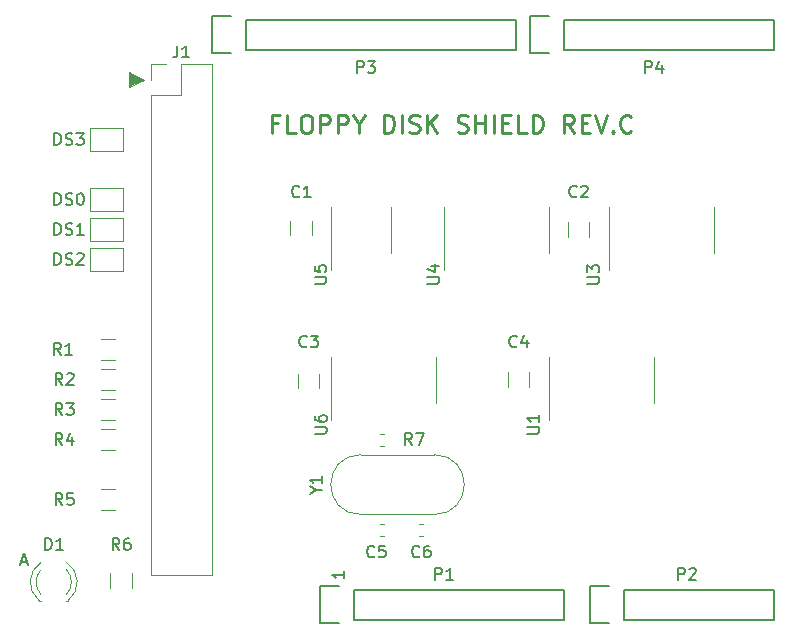
<source format=gto>
G04 #@! TF.GenerationSoftware,KiCad,Pcbnew,(5.1.6)-1*
G04 #@! TF.CreationDate,2020-07-15T23:06:39+09:00*
G04 #@! TF.ProjectId,fdshield,66647368-6965-46c6-942e-6b696361645f,rev?*
G04 #@! TF.SameCoordinates,Original*
G04 #@! TF.FileFunction,Legend,Top*
G04 #@! TF.FilePolarity,Positive*
%FSLAX46Y46*%
G04 Gerber Fmt 4.6, Leading zero omitted, Abs format (unit mm)*
G04 Created by KiCad (PCBNEW (5.1.6)-1) date 2020-07-15 23:06:39*
%MOMM*%
%LPD*%
G01*
G04 APERTURE LIST*
%ADD10C,0.150000*%
%ADD11C,0.250000*%
%ADD12C,0.100000*%
%ADD13C,0.120000*%
G04 APERTURE END LIST*
D10*
X112029904Y-120181666D02*
X112506095Y-120181666D01*
X111934666Y-120467380D02*
X112268000Y-119467380D01*
X112601333Y-120467380D01*
D11*
X133784428Y-83077857D02*
X133284428Y-83077857D01*
X133284428Y-83863571D02*
X133284428Y-82363571D01*
X133998714Y-82363571D01*
X135284428Y-83863571D02*
X134570142Y-83863571D01*
X134570142Y-82363571D01*
X136070142Y-82363571D02*
X136355857Y-82363571D01*
X136498714Y-82435000D01*
X136641571Y-82577857D01*
X136713000Y-82863571D01*
X136713000Y-83363571D01*
X136641571Y-83649285D01*
X136498714Y-83792142D01*
X136355857Y-83863571D01*
X136070142Y-83863571D01*
X135927285Y-83792142D01*
X135784428Y-83649285D01*
X135713000Y-83363571D01*
X135713000Y-82863571D01*
X135784428Y-82577857D01*
X135927285Y-82435000D01*
X136070142Y-82363571D01*
X137355857Y-83863571D02*
X137355857Y-82363571D01*
X137927285Y-82363571D01*
X138070142Y-82435000D01*
X138141571Y-82506428D01*
X138213000Y-82649285D01*
X138213000Y-82863571D01*
X138141571Y-83006428D01*
X138070142Y-83077857D01*
X137927285Y-83149285D01*
X137355857Y-83149285D01*
X138855857Y-83863571D02*
X138855857Y-82363571D01*
X139427285Y-82363571D01*
X139570142Y-82435000D01*
X139641571Y-82506428D01*
X139713000Y-82649285D01*
X139713000Y-82863571D01*
X139641571Y-83006428D01*
X139570142Y-83077857D01*
X139427285Y-83149285D01*
X138855857Y-83149285D01*
X140641571Y-83149285D02*
X140641571Y-83863571D01*
X140141571Y-82363571D02*
X140641571Y-83149285D01*
X141141571Y-82363571D01*
X142784428Y-83863571D02*
X142784428Y-82363571D01*
X143141571Y-82363571D01*
X143355857Y-82435000D01*
X143498714Y-82577857D01*
X143570142Y-82720714D01*
X143641571Y-83006428D01*
X143641571Y-83220714D01*
X143570142Y-83506428D01*
X143498714Y-83649285D01*
X143355857Y-83792142D01*
X143141571Y-83863571D01*
X142784428Y-83863571D01*
X144284428Y-83863571D02*
X144284428Y-82363571D01*
X144927285Y-83792142D02*
X145141571Y-83863571D01*
X145498714Y-83863571D01*
X145641571Y-83792142D01*
X145713000Y-83720714D01*
X145784428Y-83577857D01*
X145784428Y-83435000D01*
X145713000Y-83292142D01*
X145641571Y-83220714D01*
X145498714Y-83149285D01*
X145213000Y-83077857D01*
X145070142Y-83006428D01*
X144998714Y-82935000D01*
X144927285Y-82792142D01*
X144927285Y-82649285D01*
X144998714Y-82506428D01*
X145070142Y-82435000D01*
X145213000Y-82363571D01*
X145570142Y-82363571D01*
X145784428Y-82435000D01*
X146427285Y-83863571D02*
X146427285Y-82363571D01*
X147284428Y-83863571D02*
X146641571Y-83006428D01*
X147284428Y-82363571D02*
X146427285Y-83220714D01*
X148998714Y-83792142D02*
X149213000Y-83863571D01*
X149570142Y-83863571D01*
X149713000Y-83792142D01*
X149784428Y-83720714D01*
X149855857Y-83577857D01*
X149855857Y-83435000D01*
X149784428Y-83292142D01*
X149713000Y-83220714D01*
X149570142Y-83149285D01*
X149284428Y-83077857D01*
X149141571Y-83006428D01*
X149070142Y-82935000D01*
X148998714Y-82792142D01*
X148998714Y-82649285D01*
X149070142Y-82506428D01*
X149141571Y-82435000D01*
X149284428Y-82363571D01*
X149641571Y-82363571D01*
X149855857Y-82435000D01*
X150498714Y-83863571D02*
X150498714Y-82363571D01*
X150498714Y-83077857D02*
X151355857Y-83077857D01*
X151355857Y-83863571D02*
X151355857Y-82363571D01*
X152070142Y-83863571D02*
X152070142Y-82363571D01*
X152784428Y-83077857D02*
X153284428Y-83077857D01*
X153498714Y-83863571D02*
X152784428Y-83863571D01*
X152784428Y-82363571D01*
X153498714Y-82363571D01*
X154855857Y-83863571D02*
X154141571Y-83863571D01*
X154141571Y-82363571D01*
X155355857Y-83863571D02*
X155355857Y-82363571D01*
X155713000Y-82363571D01*
X155927285Y-82435000D01*
X156070142Y-82577857D01*
X156141571Y-82720714D01*
X156213000Y-83006428D01*
X156213000Y-83220714D01*
X156141571Y-83506428D01*
X156070142Y-83649285D01*
X155927285Y-83792142D01*
X155713000Y-83863571D01*
X155355857Y-83863571D01*
X158855857Y-83863571D02*
X158355857Y-83149285D01*
X157998714Y-83863571D02*
X157998714Y-82363571D01*
X158570142Y-82363571D01*
X158713000Y-82435000D01*
X158784428Y-82506428D01*
X158855857Y-82649285D01*
X158855857Y-82863571D01*
X158784428Y-83006428D01*
X158713000Y-83077857D01*
X158570142Y-83149285D01*
X157998714Y-83149285D01*
X159498714Y-83077857D02*
X159998714Y-83077857D01*
X160213000Y-83863571D02*
X159498714Y-83863571D01*
X159498714Y-82363571D01*
X160213000Y-82363571D01*
X160641571Y-82363571D02*
X161141571Y-83863571D01*
X161641571Y-82363571D01*
X162141571Y-83720714D02*
X162213000Y-83792142D01*
X162141571Y-83863571D01*
X162070142Y-83792142D01*
X162141571Y-83720714D01*
X162141571Y-83863571D01*
X163713000Y-83720714D02*
X163641571Y-83792142D01*
X163427285Y-83863571D01*
X163284428Y-83863571D01*
X163070142Y-83792142D01*
X162927285Y-83649285D01*
X162855857Y-83506428D01*
X162784428Y-83220714D01*
X162784428Y-83006428D01*
X162855857Y-82720714D01*
X162927285Y-82577857D01*
X163070142Y-82435000D01*
X163284428Y-82363571D01*
X163427285Y-82363571D01*
X163641571Y-82435000D01*
X163713000Y-82506428D01*
D12*
G36*
X122428000Y-79375000D02*
G01*
X121158000Y-80010000D01*
X121158000Y-78740000D01*
X122428000Y-79375000D01*
G37*
X122428000Y-79375000D02*
X121158000Y-80010000D01*
X121158000Y-78740000D01*
X122428000Y-79375000D01*
D10*
X139390380Y-120999285D02*
X139390380Y-121570714D01*
X139390380Y-121285000D02*
X138390380Y-121285000D01*
X138533238Y-121380238D01*
X138628476Y-121475476D01*
X138676095Y-121570714D01*
D13*
G04 #@! TO.C,C1*
X136673000Y-91342936D02*
X136673000Y-92547064D01*
X134853000Y-91342936D02*
X134853000Y-92547064D01*
G04 #@! TO.C,R7*
X142758279Y-109345000D02*
X142432721Y-109345000D01*
X142758279Y-110365000D02*
X142432721Y-110365000D01*
G04 #@! TO.C,C6*
X146085779Y-116965000D02*
X145760221Y-116965000D01*
X146085779Y-117985000D02*
X145760221Y-117985000D01*
G04 #@! TO.C,C5*
X142432721Y-117985000D02*
X142758279Y-117985000D01*
X142432721Y-116965000D02*
X142758279Y-116965000D01*
G04 #@! TO.C,Y1*
X140793000Y-116190000D02*
X147043000Y-116190000D01*
X140793000Y-111140000D02*
X147043000Y-111140000D01*
X147043000Y-116190000D02*
G75*
G03*
X147043000Y-111140000I0J2525000D01*
G01*
X140793000Y-116190000D02*
G75*
G02*
X140793000Y-111140000I0J2525000D01*
G01*
G04 #@! TO.C,U6*
X138313000Y-104775000D02*
X138313000Y-108225000D01*
X138313000Y-104775000D02*
X138313000Y-102825000D01*
X147183000Y-104775000D02*
X147183000Y-106725000D01*
X147183000Y-104775000D02*
X147183000Y-102825000D01*
G04 #@! TO.C,C3*
X137308000Y-104302936D02*
X137308000Y-105507064D01*
X135488000Y-104302936D02*
X135488000Y-105507064D01*
G04 #@! TO.C,U1*
X165598000Y-104775000D02*
X165598000Y-102825000D01*
X165598000Y-104775000D02*
X165598000Y-106725000D01*
X156728000Y-104775000D02*
X156728000Y-102825000D01*
X156728000Y-104775000D02*
X156728000Y-108225000D01*
G04 #@! TO.C,J1*
X123003000Y-121345000D02*
X128203000Y-121345000D01*
X123003000Y-80645000D02*
X123003000Y-121345000D01*
X128203000Y-78045000D02*
X128203000Y-121345000D01*
X123003000Y-80645000D02*
X125603000Y-80645000D01*
X125603000Y-80645000D02*
X125603000Y-78045000D01*
X125603000Y-78045000D02*
X128203000Y-78045000D01*
X123003000Y-79375000D02*
X123003000Y-78045000D01*
X123003000Y-78045000D02*
X124333000Y-78045000D01*
G04 #@! TO.C,C4*
X155088000Y-104172936D02*
X155088000Y-105377064D01*
X153268000Y-104172936D02*
X153268000Y-105377064D01*
G04 #@! TO.C,C2*
X160168000Y-91472936D02*
X160168000Y-92677064D01*
X158348000Y-91472936D02*
X158348000Y-92677064D01*
G04 #@! TO.C,DS2*
X120653000Y-93615000D02*
X120653000Y-95615000D01*
X117853000Y-93615000D02*
X120653000Y-93615000D01*
X117853000Y-95615000D02*
X117853000Y-93615000D01*
X120653000Y-95615000D02*
X117853000Y-95615000D01*
G04 #@! TO.C,DS1*
X120668000Y-91075000D02*
X120668000Y-93075000D01*
X117868000Y-91075000D02*
X120668000Y-91075000D01*
X117868000Y-93075000D02*
X117868000Y-91075000D01*
X120668000Y-93075000D02*
X117868000Y-93075000D01*
G04 #@! TO.C,DS0*
X120653000Y-88535000D02*
X120653000Y-90535000D01*
X117853000Y-88535000D02*
X120653000Y-88535000D01*
X117853000Y-90535000D02*
X117853000Y-88535000D01*
X120653000Y-90535000D02*
X117853000Y-90535000D01*
G04 #@! TO.C,DS3*
X120653000Y-83455000D02*
X120653000Y-85455000D01*
X117853000Y-83455000D02*
X120653000Y-83455000D01*
X117853000Y-85455000D02*
X117853000Y-83455000D01*
X120653000Y-85455000D02*
X117853000Y-85455000D01*
G04 #@! TO.C,U4*
X156708000Y-92075000D02*
X156708000Y-90125000D01*
X156708000Y-92075000D02*
X156708000Y-94025000D01*
X147838000Y-92075000D02*
X147838000Y-90125000D01*
X147838000Y-92075000D02*
X147838000Y-95525000D01*
G04 #@! TO.C,U3*
X170678000Y-92075000D02*
X170678000Y-90125000D01*
X170678000Y-92075000D02*
X170678000Y-94025000D01*
X161808000Y-92075000D02*
X161808000Y-90125000D01*
X161808000Y-92075000D02*
X161808000Y-95525000D01*
G04 #@! TO.C,R6*
X119613000Y-122392064D02*
X119613000Y-121187936D01*
X121433000Y-122392064D02*
X121433000Y-121187936D01*
G04 #@! TO.C,R5*
X118780936Y-114025000D02*
X119985064Y-114025000D01*
X118780936Y-115845000D02*
X119985064Y-115845000D01*
G04 #@! TO.C,R4*
X118780936Y-108945000D02*
X119985064Y-108945000D01*
X118780936Y-110765000D02*
X119985064Y-110765000D01*
G04 #@! TO.C,R3*
X118780936Y-106405000D02*
X119985064Y-106405000D01*
X118780936Y-108225000D02*
X119985064Y-108225000D01*
G04 #@! TO.C,R2*
X118780936Y-103865000D02*
X119985064Y-103865000D01*
X118780936Y-105685000D02*
X119985064Y-105685000D01*
G04 #@! TO.C,R1*
X118780936Y-101325000D02*
X119985064Y-101325000D01*
X118780936Y-103145000D02*
X119985064Y-103145000D01*
G04 #@! TO.C,D1*
X113572000Y-123480000D02*
X113728000Y-123480000D01*
X115888000Y-123480000D02*
X116044000Y-123480000D01*
X115887837Y-120878870D02*
G75*
G02*
X115888000Y-122960961I-1079837J-1041130D01*
G01*
X113728163Y-120878870D02*
G75*
G03*
X113728000Y-122960961I1079837J-1041130D01*
G01*
X115886608Y-120247665D02*
G75*
G02*
X116043516Y-123480000I-1078608J-1672335D01*
G01*
X113729392Y-120247665D02*
G75*
G03*
X113572484Y-123480000I1078608J-1672335D01*
G01*
G04 #@! TO.C,U5*
X138283000Y-92075000D02*
X138283000Y-95525000D01*
X138283000Y-92075000D02*
X138283000Y-90125000D01*
X143403000Y-92075000D02*
X143403000Y-94025000D01*
X143403000Y-92075000D02*
X143403000Y-90125000D01*
D10*
G04 #@! TO.C,P1*
X140208000Y-125095000D02*
X157988000Y-125095000D01*
X157988000Y-125095000D02*
X157988000Y-122555000D01*
X157988000Y-122555000D02*
X140208000Y-122555000D01*
X137388000Y-125375000D02*
X138938000Y-125375000D01*
X140208000Y-125095000D02*
X140208000Y-122555000D01*
X138938000Y-122275000D02*
X137388000Y-122275000D01*
X137388000Y-122275000D02*
X137388000Y-125375000D01*
G04 #@! TO.C,P2*
X163068000Y-125095000D02*
X175768000Y-125095000D01*
X175768000Y-125095000D02*
X175768000Y-122555000D01*
X175768000Y-122555000D02*
X163068000Y-122555000D01*
X160248000Y-125375000D02*
X161798000Y-125375000D01*
X163068000Y-125095000D02*
X163068000Y-122555000D01*
X161798000Y-122275000D02*
X160248000Y-122275000D01*
X160248000Y-122275000D02*
X160248000Y-125375000D01*
G04 #@! TO.C,P3*
X131064000Y-76835000D02*
X153924000Y-76835000D01*
X153924000Y-76835000D02*
X153924000Y-74295000D01*
X153924000Y-74295000D02*
X131064000Y-74295000D01*
X128244000Y-77115000D02*
X129794000Y-77115000D01*
X131064000Y-76835000D02*
X131064000Y-74295000D01*
X129794000Y-74015000D02*
X128244000Y-74015000D01*
X128244000Y-74015000D02*
X128244000Y-77115000D01*
G04 #@! TO.C,P4*
X157988000Y-76835000D02*
X175768000Y-76835000D01*
X175768000Y-76835000D02*
X175768000Y-74295000D01*
X175768000Y-74295000D02*
X157988000Y-74295000D01*
X155168000Y-77115000D02*
X156718000Y-77115000D01*
X157988000Y-76835000D02*
X157988000Y-74295000D01*
X156718000Y-74015000D02*
X155168000Y-74015000D01*
X155168000Y-74015000D02*
X155168000Y-77115000D01*
G04 #@! TO.C,C1*
X135596333Y-89257142D02*
X135548714Y-89304761D01*
X135405857Y-89352380D01*
X135310619Y-89352380D01*
X135167761Y-89304761D01*
X135072523Y-89209523D01*
X135024904Y-89114285D01*
X134977285Y-88923809D01*
X134977285Y-88780952D01*
X135024904Y-88590476D01*
X135072523Y-88495238D01*
X135167761Y-88400000D01*
X135310619Y-88352380D01*
X135405857Y-88352380D01*
X135548714Y-88400000D01*
X135596333Y-88447619D01*
X136548714Y-89352380D02*
X135977285Y-89352380D01*
X136263000Y-89352380D02*
X136263000Y-88352380D01*
X136167761Y-88495238D01*
X136072523Y-88590476D01*
X135977285Y-88638095D01*
G04 #@! TO.C,R7*
X145121333Y-110307380D02*
X144788000Y-109831190D01*
X144549904Y-110307380D02*
X144549904Y-109307380D01*
X144930857Y-109307380D01*
X145026095Y-109355000D01*
X145073714Y-109402619D01*
X145121333Y-109497857D01*
X145121333Y-109640714D01*
X145073714Y-109735952D01*
X145026095Y-109783571D01*
X144930857Y-109831190D01*
X144549904Y-109831190D01*
X145454666Y-109307380D02*
X146121333Y-109307380D01*
X145692761Y-110307380D01*
G04 #@! TO.C,C6*
X145756333Y-119737142D02*
X145708714Y-119784761D01*
X145565857Y-119832380D01*
X145470619Y-119832380D01*
X145327761Y-119784761D01*
X145232523Y-119689523D01*
X145184904Y-119594285D01*
X145137285Y-119403809D01*
X145137285Y-119260952D01*
X145184904Y-119070476D01*
X145232523Y-118975238D01*
X145327761Y-118880000D01*
X145470619Y-118832380D01*
X145565857Y-118832380D01*
X145708714Y-118880000D01*
X145756333Y-118927619D01*
X146613476Y-118832380D02*
X146423000Y-118832380D01*
X146327761Y-118880000D01*
X146280142Y-118927619D01*
X146184904Y-119070476D01*
X146137285Y-119260952D01*
X146137285Y-119641904D01*
X146184904Y-119737142D01*
X146232523Y-119784761D01*
X146327761Y-119832380D01*
X146518238Y-119832380D01*
X146613476Y-119784761D01*
X146661095Y-119737142D01*
X146708714Y-119641904D01*
X146708714Y-119403809D01*
X146661095Y-119308571D01*
X146613476Y-119260952D01*
X146518238Y-119213333D01*
X146327761Y-119213333D01*
X146232523Y-119260952D01*
X146184904Y-119308571D01*
X146137285Y-119403809D01*
G04 #@! TO.C,C5*
X141946333Y-119737142D02*
X141898714Y-119784761D01*
X141755857Y-119832380D01*
X141660619Y-119832380D01*
X141517761Y-119784761D01*
X141422523Y-119689523D01*
X141374904Y-119594285D01*
X141327285Y-119403809D01*
X141327285Y-119260952D01*
X141374904Y-119070476D01*
X141422523Y-118975238D01*
X141517761Y-118880000D01*
X141660619Y-118832380D01*
X141755857Y-118832380D01*
X141898714Y-118880000D01*
X141946333Y-118927619D01*
X142851095Y-118832380D02*
X142374904Y-118832380D01*
X142327285Y-119308571D01*
X142374904Y-119260952D01*
X142470142Y-119213333D01*
X142708238Y-119213333D01*
X142803476Y-119260952D01*
X142851095Y-119308571D01*
X142898714Y-119403809D01*
X142898714Y-119641904D01*
X142851095Y-119737142D01*
X142803476Y-119784761D01*
X142708238Y-119832380D01*
X142470142Y-119832380D01*
X142374904Y-119784761D01*
X142327285Y-119737142D01*
G04 #@! TO.C,Y1*
X137009190Y-114141190D02*
X137485380Y-114141190D01*
X136485380Y-114474523D02*
X137009190Y-114141190D01*
X136485380Y-113807857D01*
X137485380Y-112950714D02*
X137485380Y-113522142D01*
X137485380Y-113236428D02*
X136485380Y-113236428D01*
X136628238Y-113331666D01*
X136723476Y-113426904D01*
X136771095Y-113522142D01*
G04 #@! TO.C,U6*
X136920380Y-109346904D02*
X137729904Y-109346904D01*
X137825142Y-109299285D01*
X137872761Y-109251666D01*
X137920380Y-109156428D01*
X137920380Y-108965952D01*
X137872761Y-108870714D01*
X137825142Y-108823095D01*
X137729904Y-108775476D01*
X136920380Y-108775476D01*
X136920380Y-107870714D02*
X136920380Y-108061190D01*
X136968000Y-108156428D01*
X137015619Y-108204047D01*
X137158476Y-108299285D01*
X137348952Y-108346904D01*
X137729904Y-108346904D01*
X137825142Y-108299285D01*
X137872761Y-108251666D01*
X137920380Y-108156428D01*
X137920380Y-107965952D01*
X137872761Y-107870714D01*
X137825142Y-107823095D01*
X137729904Y-107775476D01*
X137491809Y-107775476D01*
X137396571Y-107823095D01*
X137348952Y-107870714D01*
X137301333Y-107965952D01*
X137301333Y-108156428D01*
X137348952Y-108251666D01*
X137396571Y-108299285D01*
X137491809Y-108346904D01*
G04 #@! TO.C,C3*
X136231333Y-101957142D02*
X136183714Y-102004761D01*
X136040857Y-102052380D01*
X135945619Y-102052380D01*
X135802761Y-102004761D01*
X135707523Y-101909523D01*
X135659904Y-101814285D01*
X135612285Y-101623809D01*
X135612285Y-101480952D01*
X135659904Y-101290476D01*
X135707523Y-101195238D01*
X135802761Y-101100000D01*
X135945619Y-101052380D01*
X136040857Y-101052380D01*
X136183714Y-101100000D01*
X136231333Y-101147619D01*
X136564666Y-101052380D02*
X137183714Y-101052380D01*
X136850380Y-101433333D01*
X136993238Y-101433333D01*
X137088476Y-101480952D01*
X137136095Y-101528571D01*
X137183714Y-101623809D01*
X137183714Y-101861904D01*
X137136095Y-101957142D01*
X137088476Y-102004761D01*
X136993238Y-102052380D01*
X136707523Y-102052380D01*
X136612285Y-102004761D01*
X136564666Y-101957142D01*
G04 #@! TO.C,U1*
X154900380Y-109346904D02*
X155709904Y-109346904D01*
X155805142Y-109299285D01*
X155852761Y-109251666D01*
X155900380Y-109156428D01*
X155900380Y-108965952D01*
X155852761Y-108870714D01*
X155805142Y-108823095D01*
X155709904Y-108775476D01*
X154900380Y-108775476D01*
X155900380Y-107775476D02*
X155900380Y-108346904D01*
X155900380Y-108061190D02*
X154900380Y-108061190D01*
X155043238Y-108156428D01*
X155138476Y-108251666D01*
X155186095Y-108346904D01*
G04 #@! TO.C,J1*
X125269666Y-76497380D02*
X125269666Y-77211666D01*
X125222047Y-77354523D01*
X125126809Y-77449761D01*
X124983952Y-77497380D01*
X124888714Y-77497380D01*
X126269666Y-77497380D02*
X125698238Y-77497380D01*
X125983952Y-77497380D02*
X125983952Y-76497380D01*
X125888714Y-76640238D01*
X125793476Y-76735476D01*
X125698238Y-76783095D01*
G04 #@! TO.C,C4*
X154011333Y-101957142D02*
X153963714Y-102004761D01*
X153820857Y-102052380D01*
X153725619Y-102052380D01*
X153582761Y-102004761D01*
X153487523Y-101909523D01*
X153439904Y-101814285D01*
X153392285Y-101623809D01*
X153392285Y-101480952D01*
X153439904Y-101290476D01*
X153487523Y-101195238D01*
X153582761Y-101100000D01*
X153725619Y-101052380D01*
X153820857Y-101052380D01*
X153963714Y-101100000D01*
X154011333Y-101147619D01*
X154868476Y-101385714D02*
X154868476Y-102052380D01*
X154630380Y-101004761D02*
X154392285Y-101719047D01*
X155011333Y-101719047D01*
G04 #@! TO.C,C2*
X159091333Y-89257142D02*
X159043714Y-89304761D01*
X158900857Y-89352380D01*
X158805619Y-89352380D01*
X158662761Y-89304761D01*
X158567523Y-89209523D01*
X158519904Y-89114285D01*
X158472285Y-88923809D01*
X158472285Y-88780952D01*
X158519904Y-88590476D01*
X158567523Y-88495238D01*
X158662761Y-88400000D01*
X158805619Y-88352380D01*
X158900857Y-88352380D01*
X159043714Y-88400000D01*
X159091333Y-88447619D01*
X159472285Y-88447619D02*
X159519904Y-88400000D01*
X159615142Y-88352380D01*
X159853238Y-88352380D01*
X159948476Y-88400000D01*
X159996095Y-88447619D01*
X160043714Y-88542857D01*
X160043714Y-88638095D01*
X159996095Y-88780952D01*
X159424666Y-89352380D01*
X160043714Y-89352380D01*
G04 #@! TO.C,DS2*
X114863714Y-95067380D02*
X114863714Y-94067380D01*
X115101809Y-94067380D01*
X115244666Y-94115000D01*
X115339904Y-94210238D01*
X115387523Y-94305476D01*
X115435142Y-94495952D01*
X115435142Y-94638809D01*
X115387523Y-94829285D01*
X115339904Y-94924523D01*
X115244666Y-95019761D01*
X115101809Y-95067380D01*
X114863714Y-95067380D01*
X115816095Y-95019761D02*
X115958952Y-95067380D01*
X116197047Y-95067380D01*
X116292285Y-95019761D01*
X116339904Y-94972142D01*
X116387523Y-94876904D01*
X116387523Y-94781666D01*
X116339904Y-94686428D01*
X116292285Y-94638809D01*
X116197047Y-94591190D01*
X116006571Y-94543571D01*
X115911333Y-94495952D01*
X115863714Y-94448333D01*
X115816095Y-94353095D01*
X115816095Y-94257857D01*
X115863714Y-94162619D01*
X115911333Y-94115000D01*
X116006571Y-94067380D01*
X116244666Y-94067380D01*
X116387523Y-94115000D01*
X116768476Y-94162619D02*
X116816095Y-94115000D01*
X116911333Y-94067380D01*
X117149428Y-94067380D01*
X117244666Y-94115000D01*
X117292285Y-94162619D01*
X117339904Y-94257857D01*
X117339904Y-94353095D01*
X117292285Y-94495952D01*
X116720857Y-95067380D01*
X117339904Y-95067380D01*
G04 #@! TO.C,DS1*
X114863714Y-92527380D02*
X114863714Y-91527380D01*
X115101809Y-91527380D01*
X115244666Y-91575000D01*
X115339904Y-91670238D01*
X115387523Y-91765476D01*
X115435142Y-91955952D01*
X115435142Y-92098809D01*
X115387523Y-92289285D01*
X115339904Y-92384523D01*
X115244666Y-92479761D01*
X115101809Y-92527380D01*
X114863714Y-92527380D01*
X115816095Y-92479761D02*
X115958952Y-92527380D01*
X116197047Y-92527380D01*
X116292285Y-92479761D01*
X116339904Y-92432142D01*
X116387523Y-92336904D01*
X116387523Y-92241666D01*
X116339904Y-92146428D01*
X116292285Y-92098809D01*
X116197047Y-92051190D01*
X116006571Y-92003571D01*
X115911333Y-91955952D01*
X115863714Y-91908333D01*
X115816095Y-91813095D01*
X115816095Y-91717857D01*
X115863714Y-91622619D01*
X115911333Y-91575000D01*
X116006571Y-91527380D01*
X116244666Y-91527380D01*
X116387523Y-91575000D01*
X117339904Y-92527380D02*
X116768476Y-92527380D01*
X117054190Y-92527380D02*
X117054190Y-91527380D01*
X116958952Y-91670238D01*
X116863714Y-91765476D01*
X116768476Y-91813095D01*
G04 #@! TO.C,DS0*
X114863714Y-89987380D02*
X114863714Y-88987380D01*
X115101809Y-88987380D01*
X115244666Y-89035000D01*
X115339904Y-89130238D01*
X115387523Y-89225476D01*
X115435142Y-89415952D01*
X115435142Y-89558809D01*
X115387523Y-89749285D01*
X115339904Y-89844523D01*
X115244666Y-89939761D01*
X115101809Y-89987380D01*
X114863714Y-89987380D01*
X115816095Y-89939761D02*
X115958952Y-89987380D01*
X116197047Y-89987380D01*
X116292285Y-89939761D01*
X116339904Y-89892142D01*
X116387523Y-89796904D01*
X116387523Y-89701666D01*
X116339904Y-89606428D01*
X116292285Y-89558809D01*
X116197047Y-89511190D01*
X116006571Y-89463571D01*
X115911333Y-89415952D01*
X115863714Y-89368333D01*
X115816095Y-89273095D01*
X115816095Y-89177857D01*
X115863714Y-89082619D01*
X115911333Y-89035000D01*
X116006571Y-88987380D01*
X116244666Y-88987380D01*
X116387523Y-89035000D01*
X117006571Y-88987380D02*
X117101809Y-88987380D01*
X117197047Y-89035000D01*
X117244666Y-89082619D01*
X117292285Y-89177857D01*
X117339904Y-89368333D01*
X117339904Y-89606428D01*
X117292285Y-89796904D01*
X117244666Y-89892142D01*
X117197047Y-89939761D01*
X117101809Y-89987380D01*
X117006571Y-89987380D01*
X116911333Y-89939761D01*
X116863714Y-89892142D01*
X116816095Y-89796904D01*
X116768476Y-89606428D01*
X116768476Y-89368333D01*
X116816095Y-89177857D01*
X116863714Y-89082619D01*
X116911333Y-89035000D01*
X117006571Y-88987380D01*
G04 #@! TO.C,DS3*
X114863714Y-84907380D02*
X114863714Y-83907380D01*
X115101809Y-83907380D01*
X115244666Y-83955000D01*
X115339904Y-84050238D01*
X115387523Y-84145476D01*
X115435142Y-84335952D01*
X115435142Y-84478809D01*
X115387523Y-84669285D01*
X115339904Y-84764523D01*
X115244666Y-84859761D01*
X115101809Y-84907380D01*
X114863714Y-84907380D01*
X115816095Y-84859761D02*
X115958952Y-84907380D01*
X116197047Y-84907380D01*
X116292285Y-84859761D01*
X116339904Y-84812142D01*
X116387523Y-84716904D01*
X116387523Y-84621666D01*
X116339904Y-84526428D01*
X116292285Y-84478809D01*
X116197047Y-84431190D01*
X116006571Y-84383571D01*
X115911333Y-84335952D01*
X115863714Y-84288333D01*
X115816095Y-84193095D01*
X115816095Y-84097857D01*
X115863714Y-84002619D01*
X115911333Y-83955000D01*
X116006571Y-83907380D01*
X116244666Y-83907380D01*
X116387523Y-83955000D01*
X116720857Y-83907380D02*
X117339904Y-83907380D01*
X117006571Y-84288333D01*
X117149428Y-84288333D01*
X117244666Y-84335952D01*
X117292285Y-84383571D01*
X117339904Y-84478809D01*
X117339904Y-84716904D01*
X117292285Y-84812142D01*
X117244666Y-84859761D01*
X117149428Y-84907380D01*
X116863714Y-84907380D01*
X116768476Y-84859761D01*
X116720857Y-84812142D01*
G04 #@! TO.C,U4*
X146445380Y-96646904D02*
X147254904Y-96646904D01*
X147350142Y-96599285D01*
X147397761Y-96551666D01*
X147445380Y-96456428D01*
X147445380Y-96265952D01*
X147397761Y-96170714D01*
X147350142Y-96123095D01*
X147254904Y-96075476D01*
X146445380Y-96075476D01*
X146778714Y-95170714D02*
X147445380Y-95170714D01*
X146397761Y-95408809D02*
X147112047Y-95646904D01*
X147112047Y-95027857D01*
G04 #@! TO.C,U3*
X159980380Y-96646904D02*
X160789904Y-96646904D01*
X160885142Y-96599285D01*
X160932761Y-96551666D01*
X160980380Y-96456428D01*
X160980380Y-96265952D01*
X160932761Y-96170714D01*
X160885142Y-96123095D01*
X160789904Y-96075476D01*
X159980380Y-96075476D01*
X159980380Y-95694523D02*
X159980380Y-95075476D01*
X160361333Y-95408809D01*
X160361333Y-95265952D01*
X160408952Y-95170714D01*
X160456571Y-95123095D01*
X160551809Y-95075476D01*
X160789904Y-95075476D01*
X160885142Y-95123095D01*
X160932761Y-95170714D01*
X160980380Y-95265952D01*
X160980380Y-95551666D01*
X160932761Y-95646904D01*
X160885142Y-95694523D01*
G04 #@! TO.C,R6*
X120356333Y-119197380D02*
X120023000Y-118721190D01*
X119784904Y-119197380D02*
X119784904Y-118197380D01*
X120165857Y-118197380D01*
X120261095Y-118245000D01*
X120308714Y-118292619D01*
X120356333Y-118387857D01*
X120356333Y-118530714D01*
X120308714Y-118625952D01*
X120261095Y-118673571D01*
X120165857Y-118721190D01*
X119784904Y-118721190D01*
X121213476Y-118197380D02*
X121023000Y-118197380D01*
X120927761Y-118245000D01*
X120880142Y-118292619D01*
X120784904Y-118435476D01*
X120737285Y-118625952D01*
X120737285Y-119006904D01*
X120784904Y-119102142D01*
X120832523Y-119149761D01*
X120927761Y-119197380D01*
X121118238Y-119197380D01*
X121213476Y-119149761D01*
X121261095Y-119102142D01*
X121308714Y-119006904D01*
X121308714Y-118768809D01*
X121261095Y-118673571D01*
X121213476Y-118625952D01*
X121118238Y-118578333D01*
X120927761Y-118578333D01*
X120832523Y-118625952D01*
X120784904Y-118673571D01*
X120737285Y-118768809D01*
G04 #@! TO.C,R5*
X115536333Y-115387380D02*
X115203000Y-114911190D01*
X114964904Y-115387380D02*
X114964904Y-114387380D01*
X115345857Y-114387380D01*
X115441095Y-114435000D01*
X115488714Y-114482619D01*
X115536333Y-114577857D01*
X115536333Y-114720714D01*
X115488714Y-114815952D01*
X115441095Y-114863571D01*
X115345857Y-114911190D01*
X114964904Y-114911190D01*
X116441095Y-114387380D02*
X115964904Y-114387380D01*
X115917285Y-114863571D01*
X115964904Y-114815952D01*
X116060142Y-114768333D01*
X116298238Y-114768333D01*
X116393476Y-114815952D01*
X116441095Y-114863571D01*
X116488714Y-114958809D01*
X116488714Y-115196904D01*
X116441095Y-115292142D01*
X116393476Y-115339761D01*
X116298238Y-115387380D01*
X116060142Y-115387380D01*
X115964904Y-115339761D01*
X115917285Y-115292142D01*
G04 #@! TO.C,R4*
X115536333Y-110307380D02*
X115203000Y-109831190D01*
X114964904Y-110307380D02*
X114964904Y-109307380D01*
X115345857Y-109307380D01*
X115441095Y-109355000D01*
X115488714Y-109402619D01*
X115536333Y-109497857D01*
X115536333Y-109640714D01*
X115488714Y-109735952D01*
X115441095Y-109783571D01*
X115345857Y-109831190D01*
X114964904Y-109831190D01*
X116393476Y-109640714D02*
X116393476Y-110307380D01*
X116155380Y-109259761D02*
X115917285Y-109974047D01*
X116536333Y-109974047D01*
G04 #@! TO.C,R3*
X115536333Y-107767380D02*
X115203000Y-107291190D01*
X114964904Y-107767380D02*
X114964904Y-106767380D01*
X115345857Y-106767380D01*
X115441095Y-106815000D01*
X115488714Y-106862619D01*
X115536333Y-106957857D01*
X115536333Y-107100714D01*
X115488714Y-107195952D01*
X115441095Y-107243571D01*
X115345857Y-107291190D01*
X114964904Y-107291190D01*
X115869666Y-106767380D02*
X116488714Y-106767380D01*
X116155380Y-107148333D01*
X116298238Y-107148333D01*
X116393476Y-107195952D01*
X116441095Y-107243571D01*
X116488714Y-107338809D01*
X116488714Y-107576904D01*
X116441095Y-107672142D01*
X116393476Y-107719761D01*
X116298238Y-107767380D01*
X116012523Y-107767380D01*
X115917285Y-107719761D01*
X115869666Y-107672142D01*
G04 #@! TO.C,R2*
X115536333Y-105227380D02*
X115203000Y-104751190D01*
X114964904Y-105227380D02*
X114964904Y-104227380D01*
X115345857Y-104227380D01*
X115441095Y-104275000D01*
X115488714Y-104322619D01*
X115536333Y-104417857D01*
X115536333Y-104560714D01*
X115488714Y-104655952D01*
X115441095Y-104703571D01*
X115345857Y-104751190D01*
X114964904Y-104751190D01*
X115917285Y-104322619D02*
X115964904Y-104275000D01*
X116060142Y-104227380D01*
X116298238Y-104227380D01*
X116393476Y-104275000D01*
X116441095Y-104322619D01*
X116488714Y-104417857D01*
X116488714Y-104513095D01*
X116441095Y-104655952D01*
X115869666Y-105227380D01*
X116488714Y-105227380D01*
G04 #@! TO.C,R1*
X115406333Y-102687380D02*
X115073000Y-102211190D01*
X114834904Y-102687380D02*
X114834904Y-101687380D01*
X115215857Y-101687380D01*
X115311095Y-101735000D01*
X115358714Y-101782619D01*
X115406333Y-101877857D01*
X115406333Y-102020714D01*
X115358714Y-102115952D01*
X115311095Y-102163571D01*
X115215857Y-102211190D01*
X114834904Y-102211190D01*
X116358714Y-102687380D02*
X115787285Y-102687380D01*
X116073000Y-102687380D02*
X116073000Y-101687380D01*
X115977761Y-101830238D01*
X115882523Y-101925476D01*
X115787285Y-101973095D01*
G04 #@! TO.C,D1*
X114069904Y-119197380D02*
X114069904Y-118197380D01*
X114308000Y-118197380D01*
X114450857Y-118245000D01*
X114546095Y-118340238D01*
X114593714Y-118435476D01*
X114641333Y-118625952D01*
X114641333Y-118768809D01*
X114593714Y-118959285D01*
X114546095Y-119054523D01*
X114450857Y-119149761D01*
X114308000Y-119197380D01*
X114069904Y-119197380D01*
X115593714Y-119197380D02*
X115022285Y-119197380D01*
X115308000Y-119197380D02*
X115308000Y-118197380D01*
X115212761Y-118340238D01*
X115117523Y-118435476D01*
X115022285Y-118483095D01*
G04 #@! TO.C,U5*
X136895380Y-96646904D02*
X137704904Y-96646904D01*
X137800142Y-96599285D01*
X137847761Y-96551666D01*
X137895380Y-96456428D01*
X137895380Y-96265952D01*
X137847761Y-96170714D01*
X137800142Y-96123095D01*
X137704904Y-96075476D01*
X136895380Y-96075476D01*
X136895380Y-95123095D02*
X136895380Y-95599285D01*
X137371571Y-95646904D01*
X137323952Y-95599285D01*
X137276333Y-95504047D01*
X137276333Y-95265952D01*
X137323952Y-95170714D01*
X137371571Y-95123095D01*
X137466809Y-95075476D01*
X137704904Y-95075476D01*
X137800142Y-95123095D01*
X137847761Y-95170714D01*
X137895380Y-95265952D01*
X137895380Y-95504047D01*
X137847761Y-95599285D01*
X137800142Y-95646904D01*
G04 #@! TO.C,P1*
X147089904Y-121737380D02*
X147089904Y-120737380D01*
X147470857Y-120737380D01*
X147566095Y-120785000D01*
X147613714Y-120832619D01*
X147661333Y-120927857D01*
X147661333Y-121070714D01*
X147613714Y-121165952D01*
X147566095Y-121213571D01*
X147470857Y-121261190D01*
X147089904Y-121261190D01*
X148613714Y-121737380D02*
X148042285Y-121737380D01*
X148328000Y-121737380D02*
X148328000Y-120737380D01*
X148232761Y-120880238D01*
X148137523Y-120975476D01*
X148042285Y-121023095D01*
G04 #@! TO.C,P2*
X167663904Y-121737380D02*
X167663904Y-120737380D01*
X168044857Y-120737380D01*
X168140095Y-120785000D01*
X168187714Y-120832619D01*
X168235333Y-120927857D01*
X168235333Y-121070714D01*
X168187714Y-121165952D01*
X168140095Y-121213571D01*
X168044857Y-121261190D01*
X167663904Y-121261190D01*
X168616285Y-120832619D02*
X168663904Y-120785000D01*
X168759142Y-120737380D01*
X168997238Y-120737380D01*
X169092476Y-120785000D01*
X169140095Y-120832619D01*
X169187714Y-120927857D01*
X169187714Y-121023095D01*
X169140095Y-121165952D01*
X168568666Y-121737380D01*
X169187714Y-121737380D01*
G04 #@! TO.C,P3*
X140485904Y-78811380D02*
X140485904Y-77811380D01*
X140866857Y-77811380D01*
X140962095Y-77859000D01*
X141009714Y-77906619D01*
X141057333Y-78001857D01*
X141057333Y-78144714D01*
X141009714Y-78239952D01*
X140962095Y-78287571D01*
X140866857Y-78335190D01*
X140485904Y-78335190D01*
X141390666Y-77811380D02*
X142009714Y-77811380D01*
X141676380Y-78192333D01*
X141819238Y-78192333D01*
X141914476Y-78239952D01*
X141962095Y-78287571D01*
X142009714Y-78382809D01*
X142009714Y-78620904D01*
X141962095Y-78716142D01*
X141914476Y-78763761D01*
X141819238Y-78811380D01*
X141533523Y-78811380D01*
X141438285Y-78763761D01*
X141390666Y-78716142D01*
G04 #@! TO.C,P4*
X164869904Y-78811380D02*
X164869904Y-77811380D01*
X165250857Y-77811380D01*
X165346095Y-77859000D01*
X165393714Y-77906619D01*
X165441333Y-78001857D01*
X165441333Y-78144714D01*
X165393714Y-78239952D01*
X165346095Y-78287571D01*
X165250857Y-78335190D01*
X164869904Y-78335190D01*
X166298476Y-78144714D02*
X166298476Y-78811380D01*
X166060380Y-77763761D02*
X165822285Y-78478047D01*
X166441333Y-78478047D01*
G04 #@! TD*
M02*

</source>
